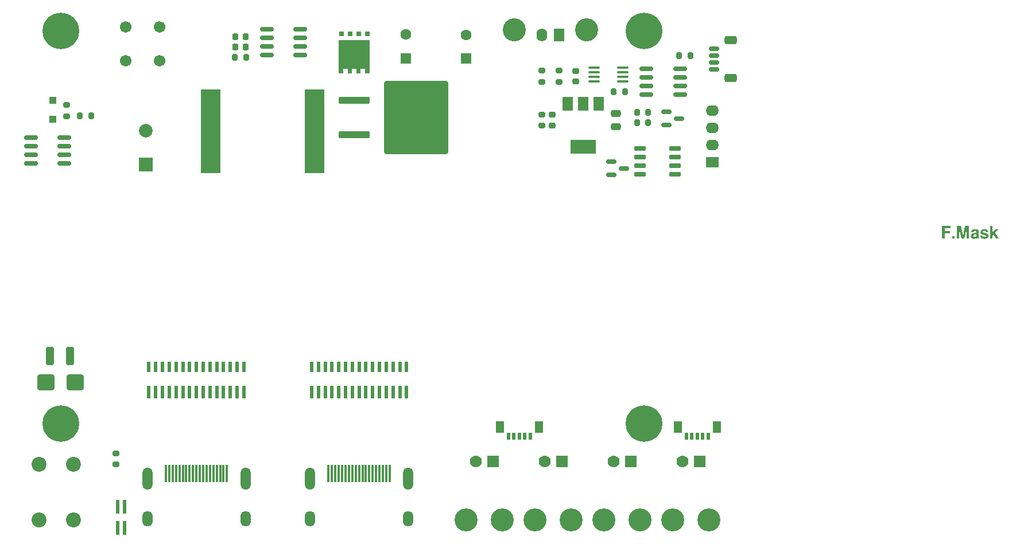
<source format=gbr>
%TF.GenerationSoftware,KiCad,Pcbnew,7.0.9-7.0.9~ubuntu20.04.1*%
%TF.CreationDate,2023-12-22T10:27:10-08:00*%
%TF.ProjectId,NX-J401-Adapter,4e582d4a-3430-4312-9d41-646170746572,1*%
%TF.SameCoordinates,Original*%
%TF.FileFunction,Soldermask,Top*%
%TF.FilePolarity,Negative*%
%FSLAX46Y46*%
G04 Gerber Fmt 4.6, Leading zero omitted, Abs format (unit mm)*
G04 Created by KiCad (PCBNEW 7.0.9-7.0.9~ubuntu20.04.1) date 2023-12-22 10:27:10*
%MOMM*%
%LPD*%
G01*
G04 APERTURE LIST*
G04 Aperture macros list*
%AMRoundRect*
0 Rectangle with rounded corners*
0 $1 Rounding radius*
0 $2 $3 $4 $5 $6 $7 $8 $9 X,Y pos of 4 corners*
0 Add a 4 corners polygon primitive as box body*
4,1,4,$2,$3,$4,$5,$6,$7,$8,$9,$2,$3,0*
0 Add four circle primitives for the rounded corners*
1,1,$1+$1,$2,$3*
1,1,$1+$1,$4,$5*
1,1,$1+$1,$6,$7*
1,1,$1+$1,$8,$9*
0 Add four rect primitives between the rounded corners*
20,1,$1+$1,$2,$3,$4,$5,0*
20,1,$1+$1,$4,$5,$6,$7,0*
20,1,$1+$1,$6,$7,$8,$9,0*
20,1,$1+$1,$8,$9,$2,$3,0*%
%AMFreePoly0*
4,1,18,2.145000,-2.250000,-2.145000,-2.250000,-2.805000,-2.250000,-2.805000,-1.590000,-2.145000,-1.590000,-2.145000,-0.970000,-2.805000,-0.970000,-2.805000,-0.310000,-2.145000,-0.310000,-2.145000,0.310000,-2.805000,0.310000,-2.805000,0.970000,-2.145000,0.970000,-2.145000,1.590000,-2.805000,1.590000,-2.805000,2.250000,2.145000,2.250000,2.145000,-2.250000,2.145000,-2.250000,$1*%
G04 Aperture macros list end*
%ADD10C,0.300000*%
%ADD11RoundRect,0.250000X0.325000X1.100000X-0.325000X1.100000X-0.325000X-1.100000X0.325000X-1.100000X0*%
%ADD12C,5.400000*%
%ADD13C,3.400000*%
%ADD14R,1.778000X1.778000*%
%ADD15C,1.778000*%
%ADD16R,2.000000X2.000000*%
%ADD17C,2.000000*%
%ADD18C,2.200000*%
%ADD19R,0.550000X2.000000*%
%ADD20RoundRect,0.200000X-0.200000X-0.275000X0.200000X-0.275000X0.200000X0.275000X-0.200000X0.275000X0*%
%ADD21RoundRect,0.200000X0.200000X0.275000X-0.200000X0.275000X-0.200000X-0.275000X0.200000X-0.275000X0*%
%ADD22RoundRect,0.250000X1.000000X0.900000X-1.000000X0.900000X-1.000000X-0.900000X1.000000X-0.900000X0*%
%ADD23RoundRect,0.150000X0.825000X0.150000X-0.825000X0.150000X-0.825000X-0.150000X0.825000X-0.150000X0*%
%ADD24RoundRect,0.150000X-0.625000X0.150000X-0.625000X-0.150000X0.625000X-0.150000X0.625000X0.150000X0*%
%ADD25RoundRect,0.250000X-0.650000X0.350000X-0.650000X-0.350000X0.650000X-0.350000X0.650000X0.350000X0*%
%ADD26RoundRect,0.200000X0.275000X-0.200000X0.275000X0.200000X-0.275000X0.200000X-0.275000X-0.200000X0*%
%ADD27R,1.600000X1.600000*%
%ADD28C,1.600000*%
%ADD29RoundRect,0.225000X0.225000X0.250000X-0.225000X0.250000X-0.225000X-0.250000X0.225000X-0.250000X0*%
%ADD30RoundRect,0.250000X-0.475000X0.250000X-0.475000X-0.250000X0.475000X-0.250000X0.475000X0.250000X0*%
%ADD31C,3.403600*%
%ADD32R,1.600200X1.905000*%
%ADD33O,1.600200X1.905000*%
%ADD34RoundRect,0.100000X-0.712500X-0.100000X0.712500X-0.100000X0.712500X0.100000X-0.712500X0.100000X0*%
%ADD35R,0.508000X1.092200*%
%ADD36R,1.193800X1.701800*%
%ADD37RoundRect,0.150000X-0.587500X-0.150000X0.587500X-0.150000X0.587500X0.150000X-0.587500X0.150000X0*%
%ADD38RoundRect,0.250000X-0.300000X0.300000X-0.300000X-0.300000X0.300000X-0.300000X0.300000X0.300000X0*%
%ADD39R,1.500000X2.000000*%
%ADD40R,3.800000X2.000000*%
%ADD41RoundRect,0.225000X-0.250000X0.225000X-0.250000X-0.225000X0.250000X-0.225000X0.250000X0.225000X0*%
%ADD42RoundRect,0.150000X0.725000X0.150000X-0.725000X0.150000X-0.725000X-0.150000X0.725000X-0.150000X0*%
%ADD43R,0.660000X0.750000*%
%ADD44FreePoly0,90.000000*%
%ADD45R,2.895600X12.446000*%
%ADD46R,0.300000X2.600000*%
%ADD47O,1.500000X3.300000*%
%ADD48O,1.500000X2.300000*%
%ADD49RoundRect,0.250000X-2.050000X-0.300000X2.050000X-0.300000X2.050000X0.300000X-2.050000X0.300000X0*%
%ADD50RoundRect,0.250002X-4.449998X-5.149998X4.449998X-5.149998X4.449998X5.149998X-4.449998X5.149998X0*%
%ADD51R,0.600000X1.850000*%
%ADD52R,0.600000X1.650000*%
%ADD53RoundRect,0.150000X-0.825000X-0.150000X0.825000X-0.150000X0.825000X0.150000X-0.825000X0.150000X0*%
%ADD54C,1.701800*%
%ADD55R,1.905000X1.600200*%
%ADD56O,1.905000X1.600200*%
G04 APERTURE END LIST*
D10*
G36*
X359350399Y-113847157D02*
G01*
X359350399Y-114632741D01*
X358975195Y-114632741D01*
X358975195Y-112809267D01*
X360255839Y-112809267D01*
X360255839Y-113121937D01*
X359350399Y-113121937D01*
X359350399Y-113534487D01*
X360148142Y-113534487D01*
X360148142Y-113847157D01*
X359350399Y-113847157D01*
G37*
G36*
X360847306Y-114267525D02*
G01*
X360847306Y-114632741D01*
X360472102Y-114632741D01*
X360472102Y-114267525D01*
X360847306Y-114267525D01*
G37*
G36*
X361544300Y-113211829D02*
G01*
X361544300Y-114632741D01*
X361169096Y-114632741D01*
X361169096Y-112809267D01*
X361729296Y-112809267D01*
X362059336Y-114260142D01*
X362379823Y-112809267D01*
X362944800Y-112809267D01*
X362944800Y-114632741D01*
X362569596Y-114632741D01*
X362569596Y-113211829D01*
X362246938Y-114632741D01*
X361871735Y-114632741D01*
X361544300Y-113211829D01*
G37*
G36*
X363875132Y-113260004D02*
G01*
X363908064Y-113261220D01*
X363939915Y-113263247D01*
X363970687Y-113266085D01*
X364000380Y-113269734D01*
X364028992Y-113274194D01*
X364056525Y-113279464D01*
X364082979Y-113285546D01*
X364108352Y-113292438D01*
X364132646Y-113300141D01*
X364155860Y-113308655D01*
X364177994Y-113317980D01*
X364199049Y-113328115D01*
X364219024Y-113339062D01*
X364237919Y-113350819D01*
X364255734Y-113363387D01*
X364272470Y-113376767D01*
X364288126Y-113390956D01*
X364302702Y-113405957D01*
X364316199Y-113421769D01*
X364328615Y-113438391D01*
X364339952Y-113455825D01*
X364350210Y-113474069D01*
X364359387Y-113493124D01*
X364367485Y-113512990D01*
X364374504Y-113533666D01*
X364380442Y-113555154D01*
X364385301Y-113577452D01*
X364389080Y-113600562D01*
X364391779Y-113624482D01*
X364393399Y-113649213D01*
X364393939Y-113674755D01*
X364393939Y-114425162D01*
X364395187Y-114447975D01*
X364398933Y-114470163D01*
X364405175Y-114491727D01*
X364413915Y-114512667D01*
X364425151Y-114532982D01*
X364435217Y-114547809D01*
X364446688Y-114562285D01*
X364459563Y-114576409D01*
X364473843Y-114590183D01*
X364473843Y-114632741D01*
X364093862Y-114632741D01*
X364082353Y-114616275D01*
X364072794Y-114598093D01*
X364065186Y-114578192D01*
X364060504Y-114561036D01*
X364057070Y-114542780D01*
X364054885Y-114523424D01*
X364053949Y-114502970D01*
X364053910Y-114497684D01*
X364030577Y-114520980D01*
X364006935Y-114542773D01*
X363982984Y-114563063D01*
X363958725Y-114581850D01*
X363934157Y-114599134D01*
X363909280Y-114614915D01*
X363884094Y-114629193D01*
X363858600Y-114641969D01*
X363832797Y-114653241D01*
X363806685Y-114663010D01*
X363780264Y-114671276D01*
X363753535Y-114678040D01*
X363726497Y-114683300D01*
X363699150Y-114687057D01*
X363671495Y-114689312D01*
X363643531Y-114690063D01*
X363620688Y-114689629D01*
X363598408Y-114688326D01*
X363576691Y-114686155D01*
X363555538Y-114683115D01*
X363534948Y-114679207D01*
X363514921Y-114674430D01*
X363495457Y-114668784D01*
X363476556Y-114662270D01*
X363458219Y-114654888D01*
X363440445Y-114646637D01*
X363423233Y-114637517D01*
X363406586Y-114627529D01*
X363390501Y-114616673D01*
X363374979Y-114604948D01*
X363360021Y-114592354D01*
X363345626Y-114578892D01*
X363332006Y-114564715D01*
X363319265Y-114549979D01*
X363307402Y-114534683D01*
X363296418Y-114518828D01*
X363286313Y-114502412D01*
X363277087Y-114485437D01*
X363268739Y-114467902D01*
X363261270Y-114449807D01*
X363254680Y-114431152D01*
X363248968Y-114411938D01*
X363244135Y-114392163D01*
X363240181Y-114371829D01*
X363237106Y-114350936D01*
X363234909Y-114329482D01*
X363233591Y-114307468D01*
X363233151Y-114284895D01*
X363233540Y-114262841D01*
X363234510Y-114244943D01*
X363583602Y-114244943D01*
X363584403Y-114263236D01*
X363586805Y-114280553D01*
X363592059Y-114300824D01*
X363599816Y-114319568D01*
X363610075Y-114336786D01*
X363622835Y-114352478D01*
X363634845Y-114363931D01*
X363651750Y-114376567D01*
X363670435Y-114387061D01*
X363686665Y-114393914D01*
X363704036Y-114399397D01*
X363722546Y-114403509D01*
X363742197Y-114406250D01*
X363762987Y-114407621D01*
X363773810Y-114407792D01*
X363798118Y-114407067D01*
X363821372Y-114404891D01*
X363843573Y-114401265D01*
X363864720Y-114396189D01*
X363884814Y-114389662D01*
X363903855Y-114381685D01*
X363921842Y-114372258D01*
X363938776Y-114361380D01*
X363954656Y-114349052D01*
X363969483Y-114335273D01*
X363978782Y-114325282D01*
X363991743Y-114309119D01*
X364003429Y-114291735D01*
X364013839Y-114273129D01*
X364022976Y-114253303D01*
X364030837Y-114232254D01*
X364037423Y-114209985D01*
X364042735Y-114186494D01*
X364046772Y-114161781D01*
X364049534Y-114135848D01*
X364050667Y-114117880D01*
X364051234Y-114099370D01*
X364051304Y-114089911D01*
X364051304Y-113994807D01*
X364035104Y-114001800D01*
X364016360Y-114008666D01*
X363999532Y-114014067D01*
X363981076Y-114019387D01*
X363960991Y-114024625D01*
X363939278Y-114029782D01*
X363921924Y-114033596D01*
X363903655Y-114037365D01*
X363783798Y-114059947D01*
X363763689Y-114064356D01*
X363744724Y-114069117D01*
X363726905Y-114074229D01*
X363710231Y-114079692D01*
X363689780Y-114087522D01*
X363671364Y-114095977D01*
X363654984Y-114105056D01*
X363637372Y-114117282D01*
X363628332Y-114125086D01*
X363615446Y-114139234D01*
X363604744Y-114155077D01*
X363596226Y-114172618D01*
X363589892Y-114191854D01*
X363585743Y-114212787D01*
X363583995Y-114230755D01*
X363583602Y-114244943D01*
X363234510Y-114244943D01*
X363234705Y-114241352D01*
X363236648Y-114220429D01*
X363239367Y-114200071D01*
X363242863Y-114180280D01*
X363247136Y-114161054D01*
X363252186Y-114142394D01*
X363258013Y-114124299D01*
X363264617Y-114106770D01*
X363271998Y-114089807D01*
X363280155Y-114073410D01*
X363289090Y-114057578D01*
X363298802Y-114042313D01*
X363309290Y-114027613D01*
X363320556Y-114013478D01*
X363332598Y-113999910D01*
X363345417Y-113986907D01*
X363359013Y-113974470D01*
X363373386Y-113962598D01*
X363388536Y-113951292D01*
X363404463Y-113940552D01*
X363421167Y-113930378D01*
X363438648Y-113920770D01*
X363456906Y-113911727D01*
X363475941Y-113903250D01*
X363495752Y-113895339D01*
X363516341Y-113887993D01*
X363537706Y-113881213D01*
X363559848Y-113874999D01*
X363582768Y-113869351D01*
X363606464Y-113864268D01*
X363630937Y-113859751D01*
X363771204Y-113834998D01*
X363789357Y-113833074D01*
X363808017Y-113830670D01*
X363821145Y-113828918D01*
X363839324Y-113826193D01*
X363858057Y-113823056D01*
X363875898Y-113819252D01*
X363878467Y-113818496D01*
X363895427Y-113814068D01*
X363912458Y-113810269D01*
X363927105Y-113807205D01*
X363945906Y-113802846D01*
X363962768Y-113797520D01*
X363978348Y-113789834D01*
X363992811Y-113779931D01*
X364007060Y-113769590D01*
X364014826Y-113763779D01*
X364027813Y-113751869D01*
X364038236Y-113737589D01*
X364043488Y-113725998D01*
X364048251Y-113709184D01*
X364050816Y-113690660D01*
X364051304Y-113677360D01*
X364049522Y-113653224D01*
X364044175Y-113631462D01*
X364035263Y-113612074D01*
X364022786Y-113595060D01*
X364006744Y-113580421D01*
X363987137Y-113568155D01*
X363963965Y-113558263D01*
X363946537Y-113552987D01*
X363927524Y-113548767D01*
X363906927Y-113545601D01*
X363884746Y-113543491D01*
X363860980Y-113542436D01*
X363848503Y-113542304D01*
X363824837Y-113542655D01*
X363802529Y-113543709D01*
X363781580Y-113545464D01*
X363761990Y-113547922D01*
X363743758Y-113551083D01*
X363721563Y-113556389D01*
X363701784Y-113562944D01*
X363684420Y-113570747D01*
X363669472Y-113579798D01*
X363666112Y-113582256D01*
X363650667Y-113596332D01*
X363639716Y-113609882D01*
X363630013Y-113625468D01*
X363621558Y-113643090D01*
X363614352Y-113662747D01*
X363608394Y-113684440D01*
X363604746Y-113702045D01*
X363601799Y-113720796D01*
X363600973Y-113727301D01*
X363263550Y-113727301D01*
X363266060Y-113698526D01*
X363269572Y-113670665D01*
X363274087Y-113643717D01*
X363279604Y-113617683D01*
X363286124Y-113592562D01*
X363293646Y-113568355D01*
X363302171Y-113545061D01*
X363311699Y-113522681D01*
X363322229Y-113501214D01*
X363333762Y-113480661D01*
X363346297Y-113461021D01*
X363359834Y-113442295D01*
X363374375Y-113424482D01*
X363389917Y-113407582D01*
X363406463Y-113391596D01*
X363424010Y-113376524D01*
X363442561Y-113362365D01*
X363462114Y-113349120D01*
X363482669Y-113336788D01*
X363504227Y-113325369D01*
X363526788Y-113314864D01*
X363550351Y-113305272D01*
X363574916Y-113296594D01*
X363600484Y-113288830D01*
X363627055Y-113281979D01*
X363654628Y-113276041D01*
X363683204Y-113271017D01*
X363712782Y-113266906D01*
X363743363Y-113263709D01*
X363774946Y-113261425D01*
X363807532Y-113260055D01*
X363841121Y-113259598D01*
X363875132Y-113260004D01*
G37*
G36*
X364959784Y-114240166D02*
G01*
X364964697Y-114260821D01*
X364970749Y-114280227D01*
X364977942Y-114298385D01*
X364986274Y-114315294D01*
X364995747Y-114330954D01*
X365006359Y-114345366D01*
X365018111Y-114358530D01*
X365031004Y-114370445D01*
X365045972Y-114380929D01*
X365063953Y-114390014D01*
X365084947Y-114397702D01*
X365102670Y-114402551D01*
X365122087Y-114406613D01*
X365143199Y-114409889D01*
X365166005Y-114412379D01*
X365190506Y-114414082D01*
X365216702Y-114415000D01*
X365235108Y-114415174D01*
X365257596Y-114414869D01*
X365279138Y-114413953D01*
X365299733Y-114412426D01*
X365319382Y-114410289D01*
X365338084Y-114407541D01*
X365355840Y-114404182D01*
X365378041Y-114398754D01*
X365398560Y-114392240D01*
X365417397Y-114384640D01*
X365426184Y-114380433D01*
X365442367Y-114371212D01*
X365459561Y-114358483D01*
X365473384Y-114344418D01*
X365483836Y-114329018D01*
X365490916Y-114312281D01*
X365494625Y-114294209D01*
X365495232Y-114282724D01*
X365493576Y-114263508D01*
X365488609Y-114246246D01*
X365480331Y-114230938D01*
X365468741Y-114217584D01*
X365453271Y-114205316D01*
X365435726Y-114195116D01*
X365417711Y-114186770D01*
X365400599Y-114180095D01*
X365381579Y-114173674D01*
X365377546Y-114172421D01*
X364959784Y-114042576D01*
X364941708Y-114037691D01*
X364929386Y-114033891D01*
X364912475Y-114028134D01*
X364895535Y-114021938D01*
X364890736Y-114019994D01*
X364873686Y-114012742D01*
X364856776Y-114006220D01*
X364849481Y-114003492D01*
X364832068Y-113996351D01*
X364815951Y-113988299D01*
X364803015Y-113980042D01*
X364788455Y-113968806D01*
X364773784Y-113957732D01*
X364761760Y-113948775D01*
X364747350Y-113936536D01*
X364735060Y-113923703D01*
X364723990Y-113908901D01*
X364723111Y-113907520D01*
X364713650Y-113891277D01*
X364704693Y-113875263D01*
X364696342Y-113859836D01*
X364694449Y-113856277D01*
X364686693Y-113839258D01*
X364680037Y-113820934D01*
X364675043Y-113803549D01*
X364671867Y-113789834D01*
X364668638Y-113770673D01*
X364666331Y-113750968D01*
X364665069Y-113733281D01*
X364664514Y-113715178D01*
X364664485Y-113709930D01*
X364665067Y-113684268D01*
X364666812Y-113659284D01*
X364669722Y-113634979D01*
X364673794Y-113611352D01*
X364679031Y-113588404D01*
X364685431Y-113566134D01*
X364692995Y-113544543D01*
X364701723Y-113523631D01*
X364711614Y-113503397D01*
X364722669Y-113483841D01*
X364734888Y-113464964D01*
X364748271Y-113446766D01*
X364762817Y-113429246D01*
X364778527Y-113412405D01*
X364795400Y-113396242D01*
X364813437Y-113380758D01*
X364832481Y-113366086D01*
X364852372Y-113352361D01*
X364873111Y-113339583D01*
X364894699Y-113327751D01*
X364917135Y-113316865D01*
X364940419Y-113306926D01*
X364964551Y-113297934D01*
X364989531Y-113289888D01*
X365015360Y-113282789D01*
X365042037Y-113276636D01*
X365069561Y-113271430D01*
X365097934Y-113267171D01*
X365127156Y-113263858D01*
X365157225Y-113261492D01*
X365188143Y-113260072D01*
X365219908Y-113259598D01*
X365253538Y-113260072D01*
X365286249Y-113261492D01*
X365318040Y-113263858D01*
X365348912Y-113267171D01*
X365378864Y-113271430D01*
X365407897Y-113276636D01*
X365436011Y-113282789D01*
X365463205Y-113289888D01*
X365489479Y-113297934D01*
X365514834Y-113306926D01*
X365539270Y-113316865D01*
X365562787Y-113327751D01*
X365585384Y-113339583D01*
X365607061Y-113352361D01*
X365627819Y-113366086D01*
X365647658Y-113380758D01*
X365666452Y-113396271D01*
X365684075Y-113412520D01*
X365700528Y-113429506D01*
X365715810Y-113447228D01*
X365729922Y-113465685D01*
X365742864Y-113484880D01*
X365754635Y-113504810D01*
X365765235Y-113525476D01*
X365774665Y-113546879D01*
X365782925Y-113569018D01*
X365790014Y-113591893D01*
X365795932Y-113615505D01*
X365800680Y-113639852D01*
X365804258Y-113664936D01*
X365806665Y-113690756D01*
X365807901Y-113717312D01*
X365470044Y-113717312D01*
X365468752Y-113695173D01*
X365465525Y-113674463D01*
X365460365Y-113655180D01*
X365453271Y-113637326D01*
X365444243Y-113620901D01*
X365433281Y-113605903D01*
X365420385Y-113592334D01*
X365405556Y-113580194D01*
X365388793Y-113569481D01*
X365370096Y-113560197D01*
X365349465Y-113552341D01*
X365326900Y-113545914D01*
X365302401Y-113540915D01*
X365275969Y-113537344D01*
X365247603Y-113535202D01*
X365217303Y-113534487D01*
X365194762Y-113535017D01*
X365173388Y-113536604D01*
X365153181Y-113539251D01*
X365134141Y-113542956D01*
X365116269Y-113547719D01*
X365099563Y-113553541D01*
X365080322Y-113562307D01*
X365069653Y-113568360D01*
X365053890Y-113579518D01*
X365040798Y-113591820D01*
X365028615Y-113608095D01*
X365020279Y-113626019D01*
X365015791Y-113645591D01*
X365014936Y-113659555D01*
X365016483Y-113678554D01*
X365021922Y-113697073D01*
X365031277Y-113712569D01*
X365039689Y-113721221D01*
X365055241Y-113731752D01*
X365070788Y-113739792D01*
X365089663Y-113747955D01*
X365107935Y-113754851D01*
X365128518Y-113761831D01*
X365137398Y-113764647D01*
X365579913Y-113892321D01*
X365612043Y-113902758D01*
X365642101Y-113914638D01*
X365670085Y-113927959D01*
X365695997Y-113942722D01*
X365719836Y-113958928D01*
X365741602Y-113976575D01*
X365761294Y-113995664D01*
X365778914Y-114016194D01*
X365794461Y-114038167D01*
X365807935Y-114061582D01*
X365819337Y-114086438D01*
X365828665Y-114112737D01*
X365835920Y-114140477D01*
X365841102Y-114169659D01*
X365844212Y-114200283D01*
X365845248Y-114232349D01*
X365844814Y-114251722D01*
X365843511Y-114270972D01*
X365841340Y-114290100D01*
X365838300Y-114309105D01*
X365834392Y-114327989D01*
X365829615Y-114346751D01*
X365823969Y-114365390D01*
X365817455Y-114383907D01*
X365810086Y-114402343D01*
X365801659Y-114420738D01*
X365792173Y-114439093D01*
X365781628Y-114457406D01*
X365770026Y-114475680D01*
X365757364Y-114493912D01*
X365743644Y-114512103D01*
X365732659Y-114525720D01*
X365728865Y-114530254D01*
X365716846Y-114543596D01*
X365703751Y-114556427D01*
X365689579Y-114568746D01*
X365674331Y-114580554D01*
X365658007Y-114591851D01*
X365640606Y-114602636D01*
X365622129Y-114612909D01*
X365602576Y-114622671D01*
X365581946Y-114631922D01*
X365560240Y-114640661D01*
X365545172Y-114646203D01*
X365521813Y-114654041D01*
X365497661Y-114661108D01*
X365472714Y-114667405D01*
X365455642Y-114671174D01*
X365438217Y-114674601D01*
X365420440Y-114677685D01*
X365402309Y-114680426D01*
X365383826Y-114682825D01*
X365364990Y-114684881D01*
X365345801Y-114686594D01*
X365326259Y-114687965D01*
X365306364Y-114688993D01*
X365286117Y-114689678D01*
X365265516Y-114690020D01*
X365255084Y-114690063D01*
X365216730Y-114689624D01*
X365179564Y-114688306D01*
X365143587Y-114686109D01*
X365108798Y-114683034D01*
X365075197Y-114679079D01*
X365042785Y-114674247D01*
X365011560Y-114668535D01*
X364981525Y-114661945D01*
X364952677Y-114654476D01*
X364925018Y-114646128D01*
X364898547Y-114636902D01*
X364873264Y-114626797D01*
X364849170Y-114615813D01*
X364826263Y-114603950D01*
X364804546Y-114591209D01*
X364784016Y-114577589D01*
X364764675Y-114563090D01*
X364746522Y-114547713D01*
X364729557Y-114531457D01*
X364713781Y-114514322D01*
X364699193Y-114496309D01*
X364685793Y-114477417D01*
X364673581Y-114457646D01*
X364662558Y-114436996D01*
X364652723Y-114415468D01*
X364644076Y-114393061D01*
X364636618Y-114369775D01*
X364630348Y-114345611D01*
X364625266Y-114320568D01*
X364621372Y-114294646D01*
X364618667Y-114267845D01*
X364617150Y-114240166D01*
X364959784Y-114240166D01*
G37*
G36*
X366437584Y-113807205D02*
G01*
X366880099Y-113282180D01*
X367277884Y-113282180D01*
X366817565Y-113792440D01*
X367310454Y-114632741D01*
X366900075Y-114632741D01*
X366577417Y-114037365D01*
X366437584Y-114189791D01*
X366437584Y-114632741D01*
X366087133Y-114632741D01*
X366087133Y-112809267D01*
X366437584Y-112809267D01*
X366437584Y-113807205D01*
G37*
D11*
%TO.C,C9*%
X230329000Y-131953000D03*
X227379000Y-131953000D03*
%TD*%
D12*
%TO.C,H1*%
X229000000Y-84000000D03*
%TD*%
D13*
%TO.C,J10*%
X304295000Y-156214000D03*
X298955000Y-156214000D03*
D14*
X302895000Y-147574000D03*
D15*
X300355000Y-147574000D03*
%TD*%
D16*
%TO.C,C8*%
X241554000Y-103713677D03*
D17*
X241554000Y-98713677D03*
%TD*%
D18*
%TO.C,J13*%
X225774000Y-148004000D03*
X225774000Y-156204000D03*
X230854000Y-148004000D03*
X230854000Y-156204000D03*
%TD*%
D19*
%TO.C,D6*%
X238396000Y-157429000D03*
X238396000Y-154229000D03*
X237346000Y-157429000D03*
X237346000Y-154229000D03*
%TD*%
D20*
%TO.C,R5*%
X310579000Y-92964000D03*
X312229000Y-92964000D03*
%TD*%
D21*
%TO.C,R2*%
X321881000Y-87630000D03*
X320231000Y-87630000D03*
%TD*%
D22*
%TO.C,D5*%
X231131000Y-135890000D03*
X226831000Y-135890000D03*
%TD*%
D23*
%TO.C,Q2*%
X229551000Y-103505000D03*
X229551000Y-102235000D03*
X229551000Y-100965000D03*
X229551000Y-99695000D03*
X224601000Y-99695000D03*
X224601000Y-100965000D03*
X224601000Y-102235000D03*
X224601000Y-103505000D03*
%TD*%
D24*
%TO.C,J3*%
X325319000Y-86638000D03*
X325319000Y-87638000D03*
X325319000Y-88638000D03*
X325319000Y-89638000D03*
D25*
X327844000Y-85338000D03*
X327844000Y-90938000D03*
%TD*%
D26*
%TO.C,R9*%
X299974000Y-97980000D03*
X299974000Y-96330000D03*
%TD*%
D27*
%TO.C,C3*%
X279908000Y-88012651D03*
D28*
X279908000Y-84512651D03*
%TD*%
D29*
%TO.C,C1*%
X256299000Y-84836000D03*
X254749000Y-84836000D03*
%TD*%
D30*
%TO.C,C7*%
X310896000Y-96205000D03*
X310896000Y-98105000D03*
%TD*%
D21*
%TO.C,R7*%
X315658000Y-96012000D03*
X314008000Y-96012000D03*
%TD*%
D31*
%TO.C,J1*%
X306578000Y-83820000D03*
X295910000Y-83820000D03*
D32*
X302514000Y-84582000D03*
D33*
X299974000Y-84582000D03*
%TD*%
D13*
%TO.C,J9*%
X294135000Y-156214000D03*
X288795000Y-156214000D03*
D14*
X292735000Y-147574000D03*
D15*
X290195000Y-147574000D03*
%TD*%
D21*
%TO.C,R1*%
X256349000Y-87884000D03*
X254699000Y-87884000D03*
%TD*%
D34*
%TO.C,U2*%
X307640500Y-89449000D03*
X307640500Y-90099000D03*
X307640500Y-90749000D03*
X307640500Y-91399000D03*
X311865500Y-91399000D03*
X311865500Y-90749000D03*
X311865500Y-90099000D03*
X311865500Y-89449000D03*
%TD*%
D29*
%TO.C,C2*%
X256299000Y-86360000D03*
X254749000Y-86360000D03*
%TD*%
D35*
%TO.C,J8*%
X324484799Y-143889300D03*
X323684801Y-143889300D03*
X322884800Y-143889300D03*
X322084799Y-143889300D03*
X321284801Y-143889300D03*
D36*
X325784799Y-142489300D03*
X319984801Y-142489300D03*
%TD*%
D37*
%TO.C,D3*%
X318340500Y-95951000D03*
X318340500Y-97851000D03*
X320215500Y-96901000D03*
%TD*%
D38*
%TO.C,D1*%
X227838000Y-94231000D03*
X227838000Y-97031000D03*
%TD*%
D39*
%TO.C,U4*%
X308370000Y-94767000D03*
X306070000Y-94767000D03*
D40*
X306070000Y-101067000D03*
D39*
X303770000Y-94767000D03*
%TD*%
D41*
%TO.C,C6*%
X301498000Y-96380000D03*
X301498000Y-97930000D03*
%TD*%
D42*
%TO.C,U5*%
X319567000Y-105156000D03*
X319567000Y-103886000D03*
X319567000Y-102616000D03*
X319567000Y-101346000D03*
X314417000Y-101346000D03*
X314417000Y-102616000D03*
X314417000Y-103886000D03*
X314417000Y-105156000D03*
%TD*%
D43*
%TO.C,Q1*%
X274208000Y-84372000D03*
X272928000Y-84372000D03*
X271648000Y-84372000D03*
X270368000Y-84372000D03*
D44*
X272288000Y-87442000D03*
%TD*%
D27*
%TO.C,C4*%
X288798000Y-88082000D03*
D28*
X288798000Y-84582000D03*
%TD*%
D45*
%TO.C,L1*%
X251142500Y-98806000D03*
X266433300Y-98806000D03*
%TD*%
D26*
%TO.C,R6*%
X229870000Y-96583000D03*
X229870000Y-94933000D03*
%TD*%
D13*
%TO.C,J11*%
X314455000Y-156214000D03*
X309115000Y-156214000D03*
D14*
X313055000Y-147574000D03*
D15*
X310515000Y-147574000D03*
%TD*%
D12*
%TO.C,H3*%
X229000000Y-142000000D03*
%TD*%
D46*
%TO.C,J14*%
X253500000Y-149315000D03*
X253000000Y-149315000D03*
X252500000Y-149315000D03*
X252000000Y-149315000D03*
X251500000Y-149315000D03*
X251000000Y-149315000D03*
X250500000Y-149315000D03*
X250000000Y-149315000D03*
X249500000Y-149315000D03*
X249000000Y-149315000D03*
X248500000Y-149315000D03*
X248000000Y-149315000D03*
X247500000Y-149315000D03*
X247000000Y-149315000D03*
X246500000Y-149315000D03*
X246000000Y-149315000D03*
X245500000Y-149315000D03*
X245000000Y-149315000D03*
X244500000Y-149315000D03*
D47*
X256250000Y-150075000D03*
X241750000Y-150075000D03*
D48*
X256250000Y-156035000D03*
X241750000Y-156035000D03*
%TD*%
D49*
%TO.C,D2*%
X272258000Y-94234000D03*
D50*
X281408000Y-96774000D03*
D49*
X272258000Y-99314000D03*
%TD*%
D51*
%TO.C,J5*%
X242000000Y-137350000D03*
D52*
X242000000Y-133600000D03*
D51*
X243000000Y-137350000D03*
D52*
X243000000Y-133600000D03*
D51*
X244000000Y-137350000D03*
D52*
X244000000Y-133600000D03*
D51*
X245000000Y-137350000D03*
D52*
X245000000Y-133600000D03*
D51*
X246000000Y-137350000D03*
D52*
X246000000Y-133600000D03*
D51*
X247000000Y-137350000D03*
D52*
X247000000Y-133600000D03*
D51*
X248000000Y-137350000D03*
D52*
X248000000Y-133600000D03*
D51*
X249000000Y-137350000D03*
D52*
X249000000Y-133600000D03*
D51*
X250000000Y-137350000D03*
D52*
X250000000Y-133600000D03*
D51*
X251000000Y-137350000D03*
D52*
X251000000Y-133600000D03*
D51*
X252000000Y-137350000D03*
D52*
X252000000Y-133600000D03*
D51*
X253000000Y-137350000D03*
D52*
X253000000Y-133600000D03*
D51*
X254000000Y-137350000D03*
D52*
X254000000Y-133600000D03*
D51*
X255000000Y-137350000D03*
D52*
X255000000Y-133600000D03*
D51*
X256000000Y-137350000D03*
D52*
X256000000Y-133600000D03*
%TD*%
D53*
%TO.C,U1*%
X259399000Y-83693000D03*
X259399000Y-84963000D03*
X259399000Y-86233000D03*
X259399000Y-87503000D03*
X264349000Y-87503000D03*
X264349000Y-86233000D03*
X264349000Y-84963000D03*
X264349000Y-83693000D03*
%TD*%
D26*
%TO.C,R11*%
X237109000Y-148018000D03*
X237109000Y-146368000D03*
%TD*%
D12*
%TO.C,H2*%
X315000000Y-84000000D03*
%TD*%
D35*
%TO.C,J7*%
X298246599Y-143889300D03*
X297446601Y-143889300D03*
X296646600Y-143889300D03*
X295846599Y-143889300D03*
X295046601Y-143889300D03*
D36*
X299546599Y-142489300D03*
X293746601Y-142489300D03*
%TD*%
D51*
%TO.C,J6*%
X266000000Y-137349440D03*
D52*
X266000000Y-133599440D03*
D51*
X267000000Y-137349440D03*
D52*
X267000000Y-133599440D03*
D51*
X268000000Y-137349440D03*
D52*
X268000000Y-133599440D03*
D51*
X269000000Y-137349440D03*
D52*
X269000000Y-133599440D03*
D51*
X270000000Y-137349440D03*
D52*
X270000000Y-133599440D03*
D51*
X271000000Y-137349440D03*
D52*
X271000000Y-133599440D03*
D51*
X272000000Y-137349440D03*
D52*
X272000000Y-133599440D03*
D51*
X273000000Y-137349440D03*
D52*
X273000000Y-133599440D03*
D51*
X274000000Y-137349440D03*
D52*
X274000000Y-133599440D03*
D51*
X275000000Y-137349440D03*
D52*
X275000000Y-133599440D03*
D51*
X276000000Y-137349440D03*
D52*
X276000000Y-133599440D03*
D51*
X277000000Y-137349440D03*
D52*
X277000000Y-133599440D03*
D51*
X278000000Y-137349440D03*
D52*
X278000000Y-133599440D03*
D51*
X279000000Y-137349440D03*
D52*
X279000000Y-133599440D03*
D51*
X280000000Y-137349440D03*
D52*
X280000000Y-133599440D03*
%TD*%
D54*
%TO.C,J2*%
X238561113Y-88406784D03*
X243561113Y-88406784D03*
X238561113Y-83406784D03*
X243561113Y-83406784D03*
%TD*%
D21*
%TO.C,R8*%
X233489000Y-96520000D03*
X231839000Y-96520000D03*
%TD*%
D46*
%TO.C,J15*%
X277500000Y-149315000D03*
X277000000Y-149315000D03*
X276500000Y-149315000D03*
X276000000Y-149315000D03*
X275500000Y-149315000D03*
X275000000Y-149315000D03*
X274500000Y-149315000D03*
X274000000Y-149315000D03*
X273500000Y-149315000D03*
X273000000Y-149315000D03*
X272500000Y-149315000D03*
X272000000Y-149315000D03*
X271500000Y-149315000D03*
X271000000Y-149315000D03*
X270500000Y-149315000D03*
X270000000Y-149315000D03*
X269500000Y-149315000D03*
X269000000Y-149315000D03*
X268500000Y-149315000D03*
D47*
X280250000Y-150075000D03*
X265750000Y-150075000D03*
D48*
X280250000Y-156035000D03*
X265750000Y-156035000D03*
%TD*%
D26*
%TO.C,R4*%
X302514000Y-91503000D03*
X302514000Y-89853000D03*
%TD*%
D41*
%TO.C,C5*%
X304927000Y-89903000D03*
X304927000Y-91453000D03*
%TD*%
D37*
%TO.C,D4*%
X310212500Y-103317000D03*
X310212500Y-105217000D03*
X312087500Y-104267000D03*
%TD*%
D12*
%TO.C,H4*%
X315000000Y-142000000D03*
%TD*%
D13*
%TO.C,J12*%
X324615000Y-156214000D03*
X319275000Y-156214000D03*
D14*
X323215000Y-147574000D03*
D15*
X320675000Y-147574000D03*
%TD*%
D21*
%TO.C,R10*%
X315658000Y-97536000D03*
X314008000Y-97536000D03*
%TD*%
D55*
%TO.C,J4*%
X325120000Y-103378000D03*
D56*
X325120000Y-100838000D03*
X325120000Y-98298000D03*
X325120000Y-95758000D03*
%TD*%
D53*
%TO.C,U3*%
X315406000Y-89535000D03*
X315406000Y-90805000D03*
X315406000Y-92075000D03*
X315406000Y-93345000D03*
X320356000Y-93345000D03*
X320356000Y-92075000D03*
X320356000Y-90805000D03*
X320356000Y-89535000D03*
%TD*%
D26*
%TO.C,R3*%
X299974000Y-91503000D03*
X299974000Y-89853000D03*
%TD*%
M02*

</source>
